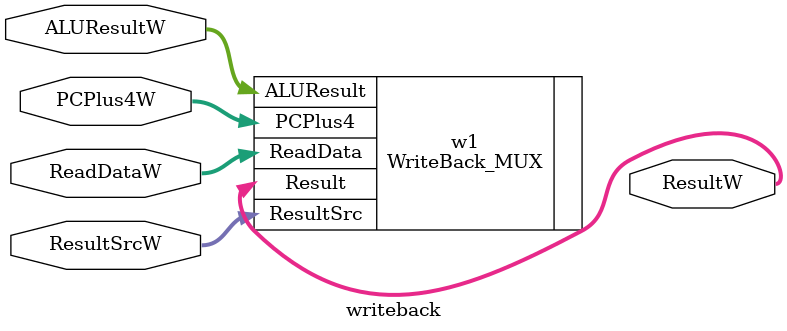
<source format=v>
`timescale 1ns / 1ps


module writeback(
//input RegWriteW,
input [1:0] ResultSrcW,
input [31:0] ALUResultW,ReadDataW,PCPlus4W,
output [31:0] ResultW
    );
    
   WriteBack_MUX w1(
        .ResultSrc(ResultSrcW),
        .ALUResult(ALUResultW),
        .ReadData(ReadDataW),
        .PCPlus4(PCPlus4W),
        .Result(ResultW)
       );
    
endmodule

</source>
